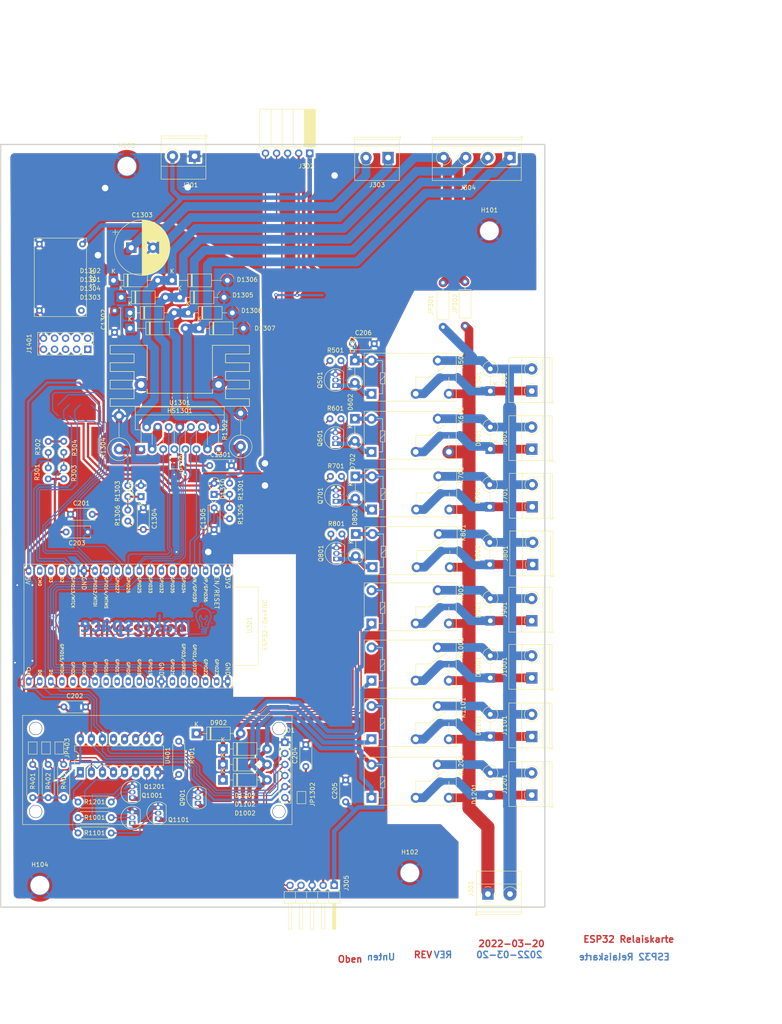
<source format=kicad_pcb>
(kicad_pcb (version 20211014) (generator pcbnew)

  (general
    (thickness 1.6)
  )

  (paper "A4" portrait)
  (title_block
    (title "ESP32 Relaiskarte")
    (date "2022-03-21")
    (rev "0.0.1")
    (company "makerspace Bocholt")
    (comment 1 "+ optionale Servo Ansteuerung")
    (comment 2 "+ optionale Lan Karte")
    (comment 4 "Frank Tobergte")
  )

  (layers
    (0 "F.Cu" signal)
    (31 "B.Cu" signal)
    (32 "B.Adhes" user "B.Adhesive")
    (33 "F.Adhes" user "F.Adhesive")
    (34 "B.Paste" user)
    (35 "F.Paste" user)
    (36 "B.SilkS" user "B.Silkscreen")
    (37 "F.SilkS" user "F.Silkscreen")
    (38 "B.Mask" user)
    (39 "F.Mask" user)
    (40 "Dwgs.User" user "User.Drawings")
    (41 "Cmts.User" user "User.Comments")
    (42 "Eco1.User" user "User.Eco1")
    (43 "Eco2.User" user "User.Eco2")
    (44 "Edge.Cuts" user)
    (45 "Margin" user)
    (46 "B.CrtYd" user "B.Courtyard")
    (47 "F.CrtYd" user "F.Courtyard")
    (48 "B.Fab" user)
    (49 "F.Fab" user)
    (50 "User.1" user "Nutzer.1")
    (51 "User.2" user "Nutzer.2")
    (52 "User.3" user "Nutzer.3")
    (53 "User.4" user "Nutzer.4")
    (54 "User.5" user "Nutzer.5")
    (55 "User.6" user "Nutzer.6")
    (56 "User.7" user "Nutzer.7")
    (57 "User.8" user "Nutzer.8")
    (58 "User.9" user "Nutzer.9")
  )

  (setup
    (stackup
      (layer "F.SilkS" (type "Top Silk Screen"))
      (layer "F.Paste" (type "Top Solder Paste"))
      (layer "F.Mask" (type "Top Solder Mask") (thickness 0.01))
      (layer "F.Cu" (type "copper") (thickness 0.035))
      (layer "dielectric 1" (type "core") (thickness 1.51) (material "FR4") (epsilon_r 4.5) (loss_tangent 0.02))
      (layer "B.Cu" (type "copper") (thickness 0.035))
      (layer "B.Mask" (type "Bottom Solder Mask") (thickness 0.01))
      (layer "B.Paste" (type "Bottom Solder Paste"))
      (layer "B.SilkS" (type "Bottom Silk Screen"))
      (copper_finish "None")
      (dielectric_constraints no)
    )
    (pad_to_mask_clearance 0)
    (aux_axis_origin 23 24)
    (grid_origin 23 24)
    (pcbplotparams
      (layerselection 0x0040020_ffffffff)
      (disableapertmacros false)
      (usegerberextensions false)
      (usegerberattributes true)
      (usegerberadvancedattributes true)
      (creategerberjobfile true)
      (svguseinch false)
      (svgprecision 6)
      (excludeedgelayer false)
      (plotframeref true)
      (viasonmask false)
      (mode 1)
      (useauxorigin false)
      (hpglpennumber 1)
      (hpglpenspeed 20)
      (hpglpendiameter 15.000000)
      (dxfpolygonmode true)
      (dxfimperialunits true)
      (dxfusepcbnewfont true)
      (psnegative false)
      (psa4output false)
      (plotreference true)
      (plotvalue true)
      (plotinvisibletext false)
      (sketchpadsonfab false)
      (subtractmaskfromsilk false)
      (outputformat 4)
      (mirror false)
      (drillshape 2)
      (scaleselection 1)
      (outputdirectory "Ausgaben/")
    )
  )

  (net 0 "")
  (net 1 "+12V")
  (net 2 "/Digital/Relais Ansteuerung/A")
  (net 3 "/Digital/Relais Ansteuerung/B")
  (net 4 "Net-(Q501-Pad2)")
  (net 5 "GND")
  (net 6 "Net-(Q601-Pad2)")
  (net 7 "Net-(Q701-Pad2)")
  (net 8 "Net-(Q801-Pad2)")
  (net 9 "Net-(Q901-Pad2)")
  (net 10 "Net-(Q1001-Pad2)")
  (net 11 "Net-(Q1101-Pad2)")
  (net 12 "Net-(Q1201-Pad2)")
  (net 13 "unconnected-(U401-Pad13)")
  (net 14 "/Digital/Relais Ansteuerung/Relais0/On")
  (net 15 "/Digital/Relais Ansteuerung/Relais1/On")
  (net 16 "/Digital/Relais Ansteuerung/Relais2/On")
  (net 17 "/Digital/Relais Ansteuerung/Relais3/On")
  (net 18 "/Digital/Relais Ansteuerung/Relais4/On")
  (net 19 "/Digital/Relais Ansteuerung/Relais5/On")
  (net 20 "/Digital/Relais Ansteuerung/Relais6/On")
  (net 21 "/Digital/Relais Ansteuerung/Relais7/On")
  (net 22 "/Digital/Lan/Sck")
  (net 23 "+3V3")
  (net 24 "unconnected-(U301-Pad2)")
  (net 25 "/Digital/Lan/So")
  (net 26 "/Digital/Lan/Si")
  (net 27 "/Digital/PCA9635 Servo/OE")
  (net 28 "unconnected-(U301-Pad16)")
  (net 29 "unconnected-(U301-Pad17)")
  (net 30 "unconnected-(U301-Pad18)")
  (net 31 "/Digital/SCL")
  (net 32 "Net-(J1301-Pad6)")
  (net 33 "unconnected-(U301-Pad5)")
  (net 34 "unconnected-(U301-Pad23)")
  (net 35 "unconnected-(U301-Pad24)")
  (net 36 "unconnected-(U301-Pad25)")
  (net 37 "/Digital/Lan/Cs")
  (net 38 "unconnected-(U301-Pad27)")
  (net 39 "unconnected-(U301-Pad28)")
  (net 40 "/Digital/Lan/CLK")
  (net 41 "unconnected-(U301-Pad30)")
  (net 42 "unconnected-(U301-Pad33)")
  (net 43 "unconnected-(U301-Pad34)")
  (net 44 "unconnected-(U301-Pad35)")
  (net 45 "unconnected-(U301-Pad6)")
  (net 46 "/Digital/Lan/Wol")
  (net 47 "/Digital/Relais Ansteuerung/Relais0/AB")
  (net 48 "/Digital/Relais Ansteuerung/Relais1/AB")
  (net 49 "/Digital/Relais Ansteuerung/Relais2/AB")
  (net 50 "/Digital/Relais Ansteuerung/Relais3/AB")
  (net 51 "/Digital/Relais Ansteuerung/Relais4/AB")
  (net 52 "/Digital/Relais Ansteuerung/Relais5/AB")
  (net 53 "/Digital/Relais Ansteuerung/Relais6/AB")
  (net 54 "/Digital/Relais Ansteuerung/Relais7/AB")
  (net 55 "/Digital/Relais Ansteuerung/Relais0/mitte")
  (net 56 "/Digital/Relais Ansteuerung/Relais1/mitte")
  (net 57 "/Digital/Relais Ansteuerung/Relais2/mitte")
  (net 58 "/Digital/Relais Ansteuerung/Relais3/mitte")
  (net 59 "/Digital/Relais Ansteuerung/Relais4/mitte")
  (net 60 "/Digital/Relais Ansteuerung/Relais5/mitte")
  (net 61 "/Digital/Relais Ansteuerung/Relais6/mitte")
  (net 62 "/Digital/Relais Ansteuerung/Relais7/mitte")
  (net 63 "/Digital/Motortreiber/M2B")
  (net 64 "/Digital/Motortreiber/M2A")
  (net 65 "/Digital/Motortreiber/M1B")
  (net 66 "/Digital/Motortreiber/M1A")
  (net 67 "/Digital/Motortreiber/1m")
  (net 68 "+5V")
  (net 69 "/Digital/Motortreiber/2m")
  (net 70 "/Digital/Motortreiber/GNDPWR")
  (net 71 "/Digital/Motortreiber/VS")
  (net 72 "Net-(JP401-Pad2)")
  (net 73 "Net-(JP402-Pad2)")
  (net 74 "Net-(JP403-Pad2)")
  (net 75 "/Digital/Lan/Reset")
  (net 76 "/Digital/SDA")
  (net 77 "/Digital/Lan/Int")
  (net 78 "Net-(D1309-Pad1)")
  (net 79 "/Digital/1Mess")
  (net 80 "/Digital/2Mess")
  (net 81 "/Digital/1A")
  (net 82 "/Digital/1En")
  (net 83 "/Digital/1B")
  (net 84 "/Digital/2A")
  (net 85 "/Digital/2En")
  (net 86 "/Digital/2B")
  (net 87 "Net-(D1310-Pad1)")
  (net 88 "unconnected-(U301-Pad29)")

  (footprint "Package_TO_SOT_THT:TO-92_Inline" (layer "F.Cu") (at 53.232 179.726 90))

  (footprint "Diode_THT:D_DO-41_SOD81_P5.08mm_Vertical_KathodeUp" (layer "F.Cu") (at 135.348 107.143591 90))

  (footprint "Diode_THT:D_DO-41_SOD81_P5.08mm_Vertical_KathodeUp" (layer "F.Cu") (at 104.36 73.595 -90))

  (footprint "MountingHole:MountingHole_4.3mm_M4_DIN965_Pad_TopOnly" (layer "F.Cu") (at 135.268 43.812))

  (footprint "Diode_THT:D_DO-41_SOD81_P10.16mm_Horizontal" (layer "F.Cu") (at 74.06 166.264))

  (footprint "Resistor_THT:R_Axial_DIN0207_L6.3mm_D2.5mm_P2.54mm_Vertical" (layer "F.Cu") (at 33.9425 94.6795 90))

  (footprint "Diode_THT:D_DO-41_SOD81_P5.08mm_Vertical_KathodeUp" (layer "F.Cu") (at 135.47 159.848591 90))

  (footprint "Resistor_THT:R_Axial_DIN0207_L6.3mm_D2.5mm_P10.16mm_Horizontal" (layer "F.Cu") (at 124.6 55.75 -90))

  (footprint "Relay_THT:Relay_SPDT_Omron-G5Q-1" (layer "F.Cu") (at 108.291408 107.768591))

  (footprint "Resistor_THT:R_Axial_DIN0207_L6.3mm_D2.5mm_P7.62mm_Horizontal" (layer "F.Cu") (at 40.786 178.456))

  (footprint "Package_TO_SOT_THT:TO-92_Inline" (layer "F.Cu") (at 68.324 175.154 90))

  (footprint "Resistor_THT:R_Axial_DIN0207_L6.3mm_D2.5mm_P2.54mm_Vertical" (layer "F.Cu") (at 98.751408 100.158591))

  (footprint "eigene Modelle:Adafruit PCA9685" (layer "F.Cu") (at 88.284 161.184))

  (footprint "Package_TO_SOT_THT:TO-92_Inline" (layer "F.Cu") (at 100.127817 119.102183 90))

  (footprint "Resistor_THT:R_Axial_DIN0207_L6.3mm_D2.5mm_P2.54mm_Vertical" (layer "F.Cu") (at 98.857817 113.387183))

  (footprint "Capacitor_THT:C_Disc_D6.0mm_W2.5mm_P5.00mm" (layer "F.Cu") (at 71.012 97.684))

  (footprint "Resistor_THT:R_Axial_DIN0516_L15.5mm_D5.0mm_P7.62mm_Vertical" (layer "F.Cu") (at 50.184 93.921925 90))

  (footprint "Diode_THT:D_DO-41_SOD81_P12.70mm_Horizontal" (layer "F.Cu") (at 62.376 55.186925))

  (footprint "MountingHole:MountingHole_4.3mm_M4_DIN965_Pad_TopOnly" (layer "F.Cu") (at 32 194))

  (footprint "Resistor_THT:R_Axial_DIN0207_L6.3mm_D2.5mm_P7.62mm_Horizontal" (layer "F.Cu") (at 30.372 173.884 90))

  (footprint "Jumper:SolderJumper-2_P1.3mm_Open_TrianglePad1.0x1.5mm" (layer "F.Cu") (at 36.468 162.491 -90))

  (footprint "Diode_THT:D_DO-41_SOD81_P10.16mm_Horizontal" (layer "F.Cu") (at 68.599 66.188))

  (footprint "Diode_THT:D_DO-41_SOD81_P12.70mm_Horizontal" (layer "F.Cu") (at 52.724 66.188))

  (footprint "Relay_THT:Relay_SPDT_Omron-G5Q-1" (layer "F.Cu") (at 108.397817 120.997183))

  (footprint "Diode_THT:D_DO-41_SOD81_P10.16mm_Horizontal" (layer "F.Cu") (at 64.154 59.076))

  (footprint "Resistor_THT:R_Axial_DIN0516_L15.5mm_D5.0mm_P7.62mm_Vertical" (layer "F.Cu") (at 78.124 93.286925 90))

  (footprint "TerminalBlock_Phoenix:TerminalBlock_Phoenix_MKDS-1,5-2-5.08_1x02_P5.08mm_Horizontal" (layer "F.Cu") (at 112 27 180))

  (footprint "Diode_THT:D_DO-41_SOD81_P5.08mm_Vertical_KathodeUp" (layer "F.Cu") (at 135.475 80.58 90))

  (footprint "Jumper:SolderJumper-2_P1.3mm_Open_TrianglePad1.0x1.5mm" (layer "F.Cu") (at 33.42 162.491 -90))

  (footprint "TerminalBlock_Phoenix:TerminalBlock_Phoenix_MKDS-1,5-2-5.08_1x02_P5.08mm_Horizontal" (layer "F.Cu") (at 145 133.285 90))

  (footprint "Resistor_THT:R_Axial_DIN0207_L6.3mm_D2.5mm_P2.54mm_Vertical" (layer "F.Cu") (at 75.584 109.876 90))

  (footprint "TerminalBlock_Phoenix:TerminalBlock_Phoenix_MKDS-1,5-2-5.08_1x02_P5.08mm_Horizontal" (layer "F.Cu") (at 145 173.29 90))

  (footprint "Package_TO_SOT_THT:TO-92_Inline" (layer "F.Cu") (at 53.232 173.884 90))

  (footprint "Diode_THT:D_DO-41_SOD81_P5.08mm_Vertical_KathodeUp" (layer "F.Cu") (at 135.475 173.29 90))

  (footprint "TerminalBlock_Phoenix:TerminalBlock_Phoenix_MKDS-1,5-2-5.08_1x02_P5.08mm_Horizontal" (layer "F.Cu") (at 144.995 146.407183 90))

  (footprint "Resistor_THT:R_Axial_DIN0207_L6.3mm_D2.5mm_P2.54mm_Vertical" (layer "F.Cu") (at 98.645 73.595))

  (footprint "Capacitor_THT:C_Disc_D6.0mm_W2.5mm_P5.00mm" (layer "F.Cu") (at 49.168 62.124 -90))

  (footprint "Capacitor_THT:C_Disc_D6.0mm_W2.5mm_P5.00mm" (layer "F.Cu") (at 102.248 174.836 90))

  (footprint "Jumper:SolderJumper-2_P1.3mm_Bridged2Bar_Pad1.0x1.5mm" (layer "F.Cu") (at 62.884 97.034 -90))

  (footprint "Diode_THT:D_DO-41_SOD81_P5.08mm_Vertical_KathodeUp" (layer "F.Cu") (at 135.348 120.372183 90))

  (footprint "Relay_THT:Relay_SPDT_Omron-G5Q-1" (layer "F.Cu") (at 108.18 147.032183))

  (footprint "TerminalBlock_Phoenix:TerminalBlock_Phoenix_MKDS-1,5-2-5.08_1x02_P5.08mm_Horizontal" (layer "F.Cu") (at 144.995 159.848591 90))

  (footprint "Capacitor_THT:C_Disc_D6.0mm_W2.5mm_P5.00mm" (layer "F.Cu") (at 44.048 108.86 180))

  (footprint "Resistor_THT:R_Axial_DIN0207_L6.3mm_D2.5mm_P2.54mm_Vertical" (layer "F.Cu") (at 37.4985 98.1775 -90))

  (footprint "Diode_THT:D_DO-41_SOD81_P5.08mm_Vertical_KathodeUp" (layer "F.Cu") (at 135.475 93.915 90))

  (footprint "TerminalBlock_Phoenix:TerminalBlock_Phoenix_MKDS-1,5-2-5.08_1x02_P5.08mm_Horizontal" (layer "F.Cu") (at 134.92 196))

  (footprint "Jumper:SolderJumper-2_P1.3mm_Open_TrianglePad1.0x1.5mm" (layer "F.Cu") (at 92.088 173.86 90))

  (footprint "TerminalBlock_Phoenix:TerminalBlock_Phoenix_MKDS-1,5-2-5.08_1x02_P5.08mm_Horizontal" (layer "F.Cu")
    (tedit 5B294EBC) (tstamp 7b296396-04b4-414e-b6f3-a3db163ebb35)
    (at 145 93.915 90)
    (descr "Terminal Block Phoenix MKDS-1,5-2-5.08, 2 pins, pitch 5.08mm, size 10.2x9.8mm^2, drill diamater 1.3mm, pad diameter 2.6mm, see http://www.farnell.com/datasheets/100425.pdf, script-generated using https://github.com/pointhi/kicad-footprint-generator/scripts/TerminalBlock_Phoenix")
    (tags "THT Terminal Block Phoenix MKDS-1,5-2-5.08 pitch 5.08mm size 10.2x9.8mm^2 drill 1.3mm pad 2.6mm")
    (property "Sheetfile" "Relais.kicad_sch")
    (property "Sheetname" "Relais1")
    (path "/c7d0284b-26f3-46a0-a20a-63616420e27a/e5b83e64-c70c-4e3c-91cb-1e480aa92410/961948b1-3ef5-423f-902e-f96c02924add/1fe43737-6852-4bd7-bea8-de22dad41c97")
    (attr through_hole)
    (fp_text reference "J601" (at 2.54 -6.26 90) (layer "F.SilkS")
      (effects (font (size 1 1) (thickness 0.15)))
      (tstamp a77bb222-c166-42e5-bfb6-754e3ca9e305)
    )
    (fp_text value "Screw_Terminal_01x02" (at 2.54 5.66 90) (layer "F.Fab")
      (effects (font (size 1 1) (thickness 0.15)))
      (tstamp 3da5a579-5841-4a46-9a46-e971e22a6c68)
    )
    (fp_text user "${REFERENCE}" (at 2.54 3.2 90) (layer "F.Fab")
      (effects (font (size 1 1) (thickness 0.15)))
      (tstamp f2b2edd6-0cea-4178-b948-15ca4548160d)
    )
    (fp_line (start 4.046 1.239) (end 4.011 1.274) (layer "F.SilkS") (width 0.12) (tstamp 0021d46d-fbc5-4743-b694-a84a952e2958))
    (fp_line (start -2.6 4.1) (end 7.68 4.1) (layer "F.SilkS") (width 0.12) (tstamp 22feb811-b3ed-495b-b505-f556cc870d83))
    (fp_line (start -2.6 4.66) (end 7.68 4.66) (layer "F.SilkS") (width 0.12) (tstamp 231bbfd6-0ca4-4f19-84cc-2c4deca4e2e0))
    (fp_line (start -2.6 -5.261) (end 7.68 -5.261) (layer "F.SilkS") (width 0.12) (tstamp 34b97646-eae9-4152-8f8e-d6b34d45025a))
    (fp_line (start -2.6 -5.261) (end -2.6 4.66) (layer "F.SilkS") (width 0.12) (tstamp 3afe5d03-8062-4754-833d-d0124cef3fc4))
    (fp_line (start 3.853 1.023) (end 3.806 1.069) (layer "F.SilkS") (width 0.12) (tstamp 48561634-9e86-4095-9472-eb62d211efa2))
    (fp_line (start -2.6 2.6) (end 7.68 2.6) (layer "F.SilkS") (width 0.12) (tstamp 7860992d-fcf6-48f5-9e77-56066a7d47d1))
    (fp_line (start 6.15 -1.275) (end 6.115 -1.239) (layer "F.SilkS") (width 0.12) (tstamp 7f602e06-fb1a-42ec-ae84-6e2b134305fe))
    (fp_line (start 6.355 -1.069) (end 6.308 -1.023) (layer "F.SilkS") (width 0.12) (tstamp 90187267-e1fa-4d3f-94ac-fb64fedd3337))
    (fp_line (start -2.84 4.16) (end -2.84 4.9) (layer "F.SilkS") (width 0.12) (tstamp c5506926-04ac-43d1-81a5-5fd9a5f473ad))
    (fp_line (start 7.68 -5.261) (end 7.68 4.66) (layer "F.SilkS") (width 0.12) (tstamp da94afbe-f6e6-4e06-8224-3136c1dabff0))
    (fp_line (start -2.6 -2.301) (end 7.68 -2.301) (layer "F.SilkS") (width 0.12) (tstamp f8e72552-826f-4c78-a672-60e0cdb3383f))
    (fp_line (start -2.84 4.9) (end -2.34 4.9) (layer "F.SilkS") (width 0.12) (tstamp f932f481-4b55-4aed-927a-595d9197c1fc))
    (fp_arc (start 0.028805 1.680253) (mid -0.335551 1.646659) (end -0.684 1.535) (layer "F.SilkS") (width 0.12) (tstamp 13c3336e-8a1f-417d-bc86-a2e451bf85d3))
    (fp_arc (start 0.683318 1.534756) (mid 0.349292 1.643288) (end 0 1.68) (layer "F.SilkS") (width 0.12) (tstamp d3741b22-a09e-4a00-94ae-b7b7dfc3cb3b))
    (fp_arc (start -0.683042 -1.535427) (mid 0.000524 -1.680501) (end 0.684 -1.535) (layer "F.SilkS") (width 0.12) (tstamp d401532b-2650-4949-9a32-56220c129cad))
    (fp_arc (start 1.535427 -0.683042) (mid 1.680501 0.000524) (end 1.535 0.684) (layer "F.SilkS") (width 0.12) (tstamp d79d7e80-fc24-4361-a631-7b9f9ae7a6c5))
    (fp_arc (start -1.535427 0.683042) (mid -1.680501 -0.000524) (end -1.535 -0.684) (layer "F.SilkS") (width 0.12) (tstamp e51e8be4-6603-41d6-b5f1-36526e85ddf8))
    (fp_circle (center 5.08 0) (end 6.76 0) (layer "F.SilkS") (width 0.12) (fill none) (tstamp 6f8613ca-c33a-4aab-aefe-3de041d1704e))
    (fp_line (start 8.13 -5.71) (end -3.04 -5.71) (layer "F.CrtYd") (width 0.05) (tstamp 0c370393-150e-488e-9dc9-482476f7931f))
    (fp_line (start -3.04 -5.71) (end -3.04 5.1) (layer "F.CrtYd") (width 0.05) (tstamp 7d991e0f-6164-4c52-9c66-89de494535c1))
    (fp_line (start 8.13 5.1) (end 8.13 -5.71) (layer "F.CrtYd") (width 0.05) (tstamp 906d08f4-1e2b-444d-b9a0-861994c259d7))
    (fp_line (start -3.04 5.1) (end 8.13 5.1) (layer "F.CrtYd") (width 0.05) (tstamp fc8f24f5-ab15-496b-96a3-227d5f1efbd8))
    (fp_line (start -2.54 4.1) (end 7.62 4.1) (layer "F.Fab") (width 0.1) (tstamp 0caaeae1-0ae3-4cfe-8521-cd1ece56c33e))
    (fp_line (start 7.62 -5.2) (end 7.62 4.6) (layer "F.Fab") (width 0.1) (tstamp 162139f7-2a12-4b29-9cca-ed68b1c8056e))
    (fp_line (start 7.62 4.6) (end -2.04 4.6) (layer "F.Fab") (width 0.1) (tstamp 1a18408c-f328-44eb-b43b-5d6c71698cc2))
    (fp_line (start 6.035 -1.138) (end 3.943 0.955) (layer "F.Fab") (width 0.1) (tstamp 22895f14-11a0-4be7-a692-1eea625df472))
    (fp_line (start -2.54 4.1) (end -2.54 -5.2) (layer "F.Fab") (width 0.1) (tstamp 32c5d5f3-0c0f-40b4-a908-6234ed6f8352))
    (fp_line (start 1.138 -0.955) (end -0.955 1.138) (layer "F.Fab") (width 0.1) (tstamp 72c43909-830c-471d-91a5-b90da356a981))
    (fp_line (start -2.54 -5.2) (end 7.62 -5.2) (layer "F.Fab") (width 0.1) (tstamp 965416fd-3098-4882-8507-a960ee3a7ec0))
    (fp_line (start 0.955 -1.138) (end -1.138 0.955) (layer "F.Fab") (width 0.1) (tstamp 9e473952-0655-4c61-b0a7-804ff8996ecf))
    (fp_line (start 6.218 -0.955) (end 4.126 1.138) (layer "F.Fab") (width 0.1) (tstamp a31c6e5f-dde7-4dc6-8236-f6310dafad9c))
    (fp_line (start -2.54 2.6) (end 7.62 2.6) (layer "F.Fab") (width 0.1) (tstamp a4d52907-6b24-4a87-b6c6-1767fa02f31d))
    (fp_line (start -2.04 4.6) (end -2.54 4.1) (layer "F.Fab") (width 0.1) (tstamp b9e0a4c1-97f5-403d-817a-ae60e472c293))
    (fp_line (start -2.54 -2.3) (end 7.62 -2.3) (layer "F.Fab") (width 0.1) (tstamp d7c97edb-529c-4b86-9ff7-e8e8e91c8c64))
    (fp_circle (center 5.08 0) (end 6.58 0) (layer "F.Fab") (width 0.1) (fill none) (tstamp b58ab687-4b99-4399-8be2-3875f60ed11f))
    (fp_circle (center 0 0) (end 1.5 0) (layer "F.Fab") (width 0.1) (fill none) (tstamp de66a8e1-6925-4421-a216-33ee544440b2))
    (pad "1" thru_hole rect (at 0 0 90) (size 2.6 2.6) (drill 1.3) (layers *.Cu *.Mask)
      (net 48 "/Digital/Relais Ansteuerung/Relais1/AB") (pinfunction "Pin_1") (pintype "passive") (tstamp f97d005b-dca7-4e84-bdfb-83330e835cd8))
    (pad "2" thru_hole circle (at 5.08 0 90) (size 2.6 2.6) (drill 1.3) (layers *.Cu *.Mask)
      (net 2 "/Digital/Relais Ansteuerung/A") (pinfunction "Pin_2") (pintype "passive") (tstamp ced4d843-8ff9-4360-b6c6-a81f7bb3f151))
    (model "${KICAD6_3DMODE
... [2225620 chars truncated]
</source>
